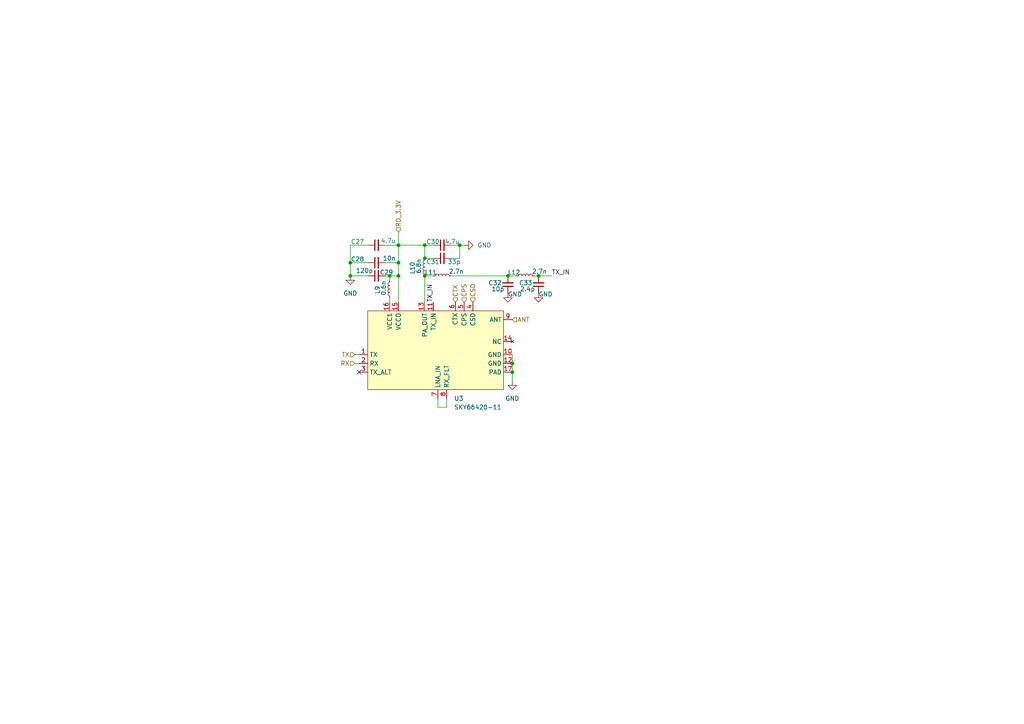
<source format=kicad_sch>
(kicad_sch (version 20250114) (generator "eeschema") (generator_version "9.0")
  (paper "A4")
  (lib_symbols
    (symbol "Device:C_Small" (pin_numbers (hide yes)) (pin_names (offset 0.254) (hide yes))
      (property "Reference" "C" (at 0.254 1.778 0))
      (property "Value" "C_Small" (at 0.254 -2.032 0))
      (symbol "C_Small_0_1"
        (polyline (pts (xy -1.524 0.508) (xy 1.524 0.508)) (stroke (width 0.3048)))
        (polyline (pts (xy -1.524 -0.508) (xy 1.524 -0.508)) (stroke (width 0.3302)))
      )
      (symbol "C_Small_1_1"
        (pin passive line (at 0 2.54 270) (length 2.032) (name "~") (number "1"))
        (pin passive line (at 0 -2.54 90) (length 2.032) (name "~") (number "2"))
      )
    )
    (symbol "Device:L_Small" (pin_numbers (hide yes)) (pin_names (offset 0.254) (hide yes))
      (property "Reference" "L" (at 0.762 1.016 0))
      (property "Value" "L_Small" (at 0.762 -1.016 0))
      (symbol "L_Small_0_1"
        (arc (start 0 2.032) (mid 0.5058 1.524) (end 0 1.016))
        (arc (start 0 1.016) (mid 0.5058 0.508) (end 0 0))
        (arc (start 0 0) (mid 0.5058 -0.508) (end 0 -1.016))
        (arc (start 0 -1.016) (mid 0.5058 -1.524) (end 0 -2.032))
      )
      (symbol "L_Small_1_1"
        (pin passive line (at 0 2.54 270) (length 0.508) (name "~") (number "1"))
        (pin passive line (at 0 -2.54 90) (length 0.508) (name "~") (number "2"))
      )
    )
    (symbol "RF:SKY66420"
      (property "Reference" "U" (at 7.62 -15.494 0))
      (symbol "SKY66420_0_1"
        (rectangle (start -20.32 8.89) (end 19.05 -13.97) (fill (type background)))
      )
      (symbol "SKY66420_1_1"
        (pin output line (at -22.86 -3.81 0) (length 2.54) (name "TX") (number "1"))
        (pin input line (at -22.86 -6.35 0) (length 2.54) (name "RX") (number "2"))
        (pin bidirectional line (at -22.86 -8.89 0) (length 2.54) (name "TX_ALT") (number "3"))
        (pin power_in line (at -13.97 11.43 270) (length 2.54) (name "VCC1") (number "16"))
        (pin power_in line (at -11.43 11.43 270) (length 2.54) (name "VCCO") (number "15"))
        (pin input line (at -3.81 11.43 270) (length 2.54) (name "PA_OUT") (number "13"))
        (pin input line (at -1.27 11.43 270) (length 2.54) (name "TX_IN") (number "11"))
        (pin bidirectional line (at 0 -16.51 90) (length 2.54) (name "LNA_IN") (number "7"))
        (pin bidirectional line (at 2.54 -16.51 90) (length 2.54) (name "RX_FLT") (number "8"))
        (pin input line (at 5.08 11.43 270) (length 2.54) (name "CTX") (number "6"))
        (pin input line (at 7.62 11.43 270) (length 2.54) (name "CPS") (number "5"))
        (pin input line (at 10.16 11.43 270) (length 2.54) (name "CSD") (number "4"))
        (pin input line (at 21.59 6.35 180) (length 2.54) (name "ANT") (number "9"))
        (pin no_connect line (at 21.59 0 180) (length 2.54) (name "NC") (number "14"))
        (pin power_in line (at 21.59 -3.81 180) (length 2.54) (name "GND") (number "10"))
        (pin power_in line (at 21.59 -6.35 180) (length 2.54) (name "GND") (number "12"))
        (pin passive line (at 21.59 -8.89 180) (length 2.54) (name "PAD") (number "17"))
      )
    )
    (symbol "power:GND" (power) (pin_numbers (hide yes)) (pin_names (offset 0) (hide yes))
      (property "Value" "GND" (at 0 -3.81 0))
      (symbol "GND_0_1"
        (polyline (pts (xy 0 0) (xy 0 -1.27) (xy 1.27 -1.27) (xy 0 -2.54) (xy -1.27 -1.27) (xy 0 -1.27)))
      )
      (symbol "GND_1_1"
        (pin power_in line (at 0 0 270) (length 0) (name "~") (number "1"))
      )
    )
  )
  (junction (at 101.6 76.2))
  (junction (at 148.59 105.41))
  (junction (at 115.57 76.2))
  (junction (at 101.6 80.01))
  (junction (at 156.21 80.01))
  (junction (at 123.19 74.93))
  (junction (at 115.57 71.12))
  (junction (at 123.19 80.01))
  (junction (at 147.32 80.01))
  (junction (at 113.03 80.01))
  (junction (at 123.19 71.12))
  (junction (at 133.35 71.12))
  (junction (at 115.57 80.01))
  (junction (at 148.59 107.95))
  (no_connect (at 104.14 107.95))
  (wire (pts (xy 129.54 115.57) (xy 129.54 118.11)))
  (wire (pts (xy 123.19 74.93) (xy 125.73 74.93)))
  (wire (pts (xy 160.02 80.01) (xy 156.21 80.01)))
  (wire (pts (xy 154.94 80.01) (xy 156.21 80.01)))
  (wire (pts (xy 111.76 76.2) (xy 115.57 76.2)))
  (wire (pts (xy 115.57 80.01) (xy 115.57 87.63)))
  (wire (pts (xy 133.35 74.93) (xy 133.35 71.12)))
  (wire (pts (xy 101.6 71.12) (xy 101.6 76.2)))
  (wire (pts (xy 115.57 71.12) (xy 115.57 76.2)))
  (wire (pts (xy 129.54 118.11) (xy 127 118.11)))
  (wire (pts (xy 148.59 102.87) (xy 148.59 105.41)))
  (wire (pts (xy 134.62 71.12) (xy 133.35 71.12)))
  (wire (pts (xy 102.87 102.87) (xy 104.14 102.87)))
  (wire (pts (xy 113.03 80.01) (xy 111.76 80.01)))
  (wire (pts (xy 133.35 71.12) (xy 130.81 71.12)))
  (wire (pts (xy 115.57 76.2) (xy 115.57 80.01)))
  (wire (pts (xy 111.76 71.12) (xy 115.57 71.12)))
  (wire (pts (xy 102.87 105.41) (xy 104.14 105.41)))
  (wire (pts (xy 125.73 71.12) (xy 123.19 71.12)))
  (wire (pts (xy 130.81 80.01) (xy 147.32 80.01)))
  (wire (pts (xy 123.19 71.12) (xy 115.57 71.12)))
  (wire (pts (xy 101.6 76.2) (xy 101.6 80.01)))
  (wire (pts (xy 123.19 74.93) (xy 123.19 71.12)))
  (wire (pts (xy 106.68 76.2) (xy 101.6 76.2)))
  (wire (pts (xy 130.81 74.93) (xy 133.35 74.93)))
  (wire (pts (xy 113.03 80.01) (xy 113.03 81.28)))
  (wire (pts (xy 113.03 86.36) (xy 113.03 87.63)))
  (wire (pts (xy 148.59 105.41) (xy 148.59 107.95)))
  (wire (pts (xy 149.86 80.01) (xy 147.32 80.01)))
  (wire (pts (xy 101.6 80.01) (xy 106.68 80.01)))
  (wire (pts (xy 127 118.11) (xy 127 115.57)))
  (wire (pts (xy 123.19 80.01) (xy 125.73 80.01)))
  (wire (pts (xy 115.57 67.31) (xy 115.57 71.12)))
  (wire (pts (xy 148.59 107.95) (xy 148.59 110.49)))
  (wire (pts (xy 106.68 71.12) (xy 101.6 71.12)))
  (wire (pts (xy 113.03 80.01) (xy 115.57 80.01)))
  (wire (pts (xy 123.19 80.01) (xy 123.19 87.63)))
  (label "TX_IN" (at 160.02 80.01 0))
  (label "TX_IN" (at 125.73 87.63 90))
  (hierarchical_label "CPS" (shape input) (at 134.62 87.63 90))
  (hierarchical_label "CTX" (shape input) (at 132.08 87.63 90))
  (hierarchical_label "TX" (shape input) (at 102.87 102.87 180))
  (hierarchical_label "ANT" (shape input) (at 148.59 92.71 0))
  (hierarchical_label "RD_3.3V" (shape input) (at 115.57 67.31 90))
  (hierarchical_label "CSD" (shape input) (at 137.16 87.63 90))
  (hierarchical_label "RX" (shape input) (at 102.87 105.41 180))
  (symbol (lib_id "power:GND") (at 101.6 80.01 0) (unit 1)
    (property "Reference" "#PWR025" (effects (hide yes)))
    (property "Value" "GND" (at 101.6 85.09 0))
    (property "Description" "Power symbol creates a global label with name \"GND\" , ground" (effects (hide yes)))
  )
  (symbol (lib_id "power:GND") (at 148.59 110.49 0) (unit 1)
    (property "Reference" "#PWR028" (effects (hide yes)))
    (property "Value" "GND" (at 148.59 115.57 0))
    (property "Description" "Power symbol creates a global label with name \"GND\" , ground" (effects (hide yes)))
  )
  (symbol (lib_id "Device:L_Small") (at 152.4 80.01 90) (unit 1)
    (property "Reference" "L12" (at 149.098 78.994 90))
    (property "Value" "2.7n" (at 156.464 78.74 90))
    (property "Footprint" "Inductor_SMD:L_0402_1005Metric" (effects (hide yes)))
    (property "Description" "Inductor, small symbol" (effects (hide yes)))
  )
  (symbol (lib_id "Device:C_Small") (at 109.22 80.01 90) (unit 1)
    (property "Reference" "C29" (at 114.046 78.994 90) (effects (justify left)))
    (property "Value" "120p" (at 108.204 78.486 90) (effects (justify left)))
    (property "Footprint" "Capacitor_SMD:C_0402_1005Metric" (effects (hide yes)))
    (property "Description" "Unpolarized capacitor, small symbol" (effects (hide yes)))
  )
  (symbol (lib_id "Device:C_Small") (at 109.22 71.12 90) (unit 1)
    (property "Reference" "C27" (at 105.664 70.104 90) (effects (justify left)))
    (property "Value" "4.7u" (at 114.808 69.85 90) (effects (justify left)))
    (property "Footprint" "Capacitor_SMD:C_0402_1005Metric" (effects (hide yes)))
    (property "Description" "Unpolarized capacitor, small symbol" (effects (hide yes)))
  )
  (symbol (lib_id "power:GND") (at 134.62 71.12 90) (unit 1)
    (property "Reference" "#PWR026" (effects (hide yes)))
    (property "Value" "GND" (at 138.43 71.1199 90) (effects (justify right)))
    (property "Description" "Power symbol creates a global label with name \"GND\" , ground" (effects (hide yes)))
  )
  (symbol (lib_id "Device:C_Small") (at 109.22 76.2 90) (unit 1)
    (property "Reference" "C28" (at 105.664 75.184 90) (effects (justify left)))
    (property "Value" "10n" (at 114.808 74.93 90) (effects (justify left)))
    (property "Footprint" "Capacitor_SMD:C_0402_1005Metric" (effects (hide yes)))
    (property "Description" "Unpolarized capacitor, small symbol" (effects (hide yes)))
  )
  (symbol (lib_id "Device:C_Small") (at 128.27 71.12 90) (unit 1)
    (property "Reference" "C30" (at 127.508 70.104 90) (effects (justify left)))
    (property "Value" "4.7u" (at 133.35 70.104 90) (effects (justify left)))
    (property "Footprint" "Capacitor_SMD:C_0402_1005Metric" (effects (hide yes)))
    (property "Description" "Unpolarized capacitor, small symbol" (effects (hide yes)))
  )
  (symbol (lib_id "Device:L_Small") (at 128.27 80.01 90) (unit 1)
    (property "Reference" "L11" (at 124.968 78.994 90))
    (property "Value" "2.7n" (at 132.334 78.74 90))
    (property "Footprint" "Inductor_SMD:L_0402_1005Metric" (effects (hide yes)))
    (property "Description" "Inductor, small symbol" (effects (hide yes)))
  )
  (symbol (lib_id "power:GND") (at 156.21 85.09 0) (unit 1)
    (property "Reference" "#PWR029" (effects (hide yes)))
    (property "Value" "GND" (at 158.242 85.344 0))
    (property "Description" "Power symbol creates a global label with name \"GND\" , ground" (effects (hide yes)))
  )
  (symbol (lib_id "power:GND") (at 147.32 85.09 0) (unit 1)
    (property "Reference" "#PWR027" (effects (hide yes)))
    (property "Value" "GND" (at 149.352 85.344 0))
    (property "Description" "Power symbol creates a global label with name \"GND\" , ground" (effects (hide yes)))
  )
  (symbol (lib_id "Device:C_Small") (at 128.27 74.93 90) (unit 1)
    (property "Reference" "C31" (at 127.508 75.946 90) (effects (justify left)))
    (property "Value" "33p" (at 133.604 75.946 90) (effects (justify left)))
    (property "Footprint" "Capacitor_SMD:C_0402_1005Metric" (effects (hide yes)))
    (property "Description" "Unpolarized capacitor, small symbol" (effects (hide yes)))
  )
  (symbol (lib_id "Device:L_Small") (at 123.19 77.47 0) (mirror y) (unit 1)
    (property "Reference" "L10" (at 119.634 77.724 90))
    (property "Value" "6.8n" (at 121.412 77.216 90))
    (property "Footprint" "Inductor_SMD:L_0402_1005Metric" (effects (hide yes)))
    (property "Description" "Inductor, small symbol" (effects (hide yes)))
  )
  (symbol (lib_id "Device:L_Small") (at 113.03 83.82 0) (mirror y) (unit 1)
    (property "Reference" "L9" (at 109.474 84.074 90))
    (property "Value" "0.6n" (at 111.252 83.566 90))
    (property "Footprint" "Inductor_SMD:L_0402_1005Metric" (effects (hide yes)))
    (property "Description" "Inductor, small symbol" (effects (hide yes)))
  )
  (symbol (lib_id "RF:SKY66420") (at 127 99.06 0) (unit 1)
    (property "Reference" "U3" (at 131.6833 115.57 0) (effects (justify left)))
    (property "Value" "SKY66420-11" (at 131.6833 118.11 0) (effects (justify left)))
    (property "Footprint" "Package_DFN_QFN:UQFN-16-1EP_3x3mm_P0.5mm_EP1.75x1.75mm" (effects (hide yes)))
    (property "Datasheet" "https://www.snapeda.com/parts/SKY66420-11/Skyworks%20Solutions/datasheet/" (effects (hide yes)))
  )
  (symbol (lib_id "Device:C_Small") (at 156.21 82.55 180) (unit 1)
    (property "Reference" "C33" (at 154.432 82.042 0) (effects (justify left)))
    (property "Value" "2.4p" (at 155.194 83.82 0) (effects (justify left)))
    (property "Footprint" "Capacitor_SMD:C_0402_1005Metric" (effects (hide yes)))
    (property "Description" "Unpolarized capacitor, small symbol" (effects (hide yes)))
  )
  (symbol (lib_id "Device:C_Small") (at 147.32 82.55 180) (unit 1)
    (property "Reference" "C32" (at 145.542 82.042 0) (effects (justify left)))
    (property "Value" "10p" (at 146.304 83.82 0) (effects (justify left)))
    (property "Footprint" "Capacitor_SMD:C_0402_1005Metric" (effects (hide yes)))
    (property "Description" "Unpolarized capacitor, small symbol" (effects (hide yes)))
  )
)
</source>
